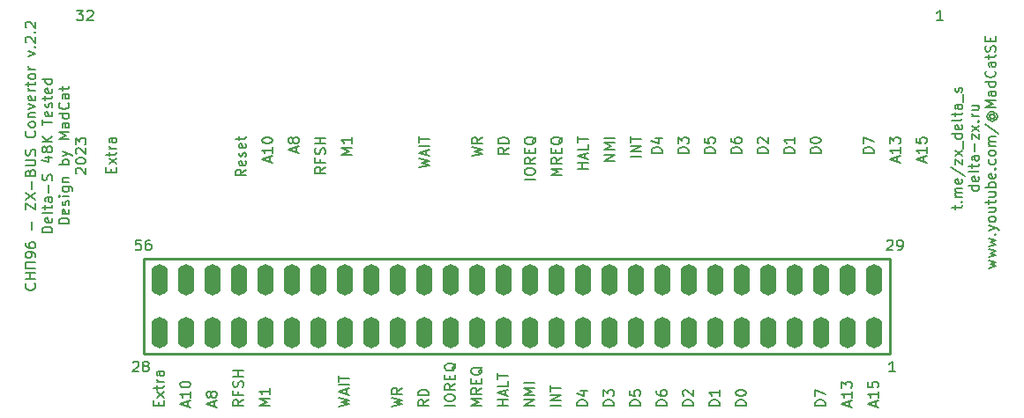
<source format=gbr>
%TF.GenerationSoftware,KiCad,Pcbnew,(6.0.10)*%
%TF.CreationDate,2023-02-24T21:34:05+03:00*%
%TF.ProjectId,Ver2.2,56657232-2e32-42e6-9b69-6361645f7063,rev?*%
%TF.SameCoordinates,Original*%
%TF.FileFunction,Legend,Top*%
%TF.FilePolarity,Positive*%
%FSLAX46Y46*%
G04 Gerber Fmt 4.6, Leading zero omitted, Abs format (unit mm)*
G04 Created by KiCad (PCBNEW (6.0.10)) date 2023-02-24 21:34:05*
%MOMM*%
%LPD*%
G01*
G04 APERTURE LIST*
%ADD10C,0.150000*%
%ADD11C,0.254000*%
%ADD12O,1.600000X3.000000*%
G04 APERTURE END LIST*
D10*
X90820904Y-58507380D02*
X90344714Y-58507380D01*
X90297095Y-58983571D01*
X90344714Y-58935952D01*
X90439952Y-58888333D01*
X90678047Y-58888333D01*
X90773285Y-58935952D01*
X90820904Y-58983571D01*
X90868523Y-59078809D01*
X90868523Y-59316904D01*
X90820904Y-59412142D01*
X90773285Y-59459761D01*
X90678047Y-59507380D01*
X90439952Y-59507380D01*
X90344714Y-59459761D01*
X90297095Y-59412142D01*
X91725666Y-58507380D02*
X91535190Y-58507380D01*
X91439952Y-58555000D01*
X91392333Y-58602619D01*
X91297095Y-58745476D01*
X91249476Y-58935952D01*
X91249476Y-59316904D01*
X91297095Y-59412142D01*
X91344714Y-59459761D01*
X91439952Y-59507380D01*
X91630428Y-59507380D01*
X91725666Y-59459761D01*
X91773285Y-59412142D01*
X91820904Y-59316904D01*
X91820904Y-59078809D01*
X91773285Y-58983571D01*
X91725666Y-58935952D01*
X91630428Y-58888333D01*
X91439952Y-58888333D01*
X91344714Y-58935952D01*
X91297095Y-58983571D01*
X91249476Y-59078809D01*
X133736400Y-51686496D02*
X132736400Y-51686496D01*
X133212591Y-51686496D02*
X133212591Y-51115067D01*
X133736400Y-51115067D02*
X132736400Y-51115067D01*
X133450686Y-50686496D02*
X133450686Y-50210305D01*
X133736400Y-50781734D02*
X132736400Y-50448400D01*
X133736400Y-50115067D01*
X133736400Y-49305543D02*
X133736400Y-49781734D01*
X132736400Y-49781734D01*
X132736400Y-49115067D02*
X132736400Y-48543638D01*
X133736400Y-48829353D02*
X132736400Y-48829353D01*
X103195380Y-74461475D02*
X102195380Y-74461475D01*
X102909666Y-74128142D01*
X102195380Y-73794809D01*
X103195380Y-73794809D01*
X103195380Y-72794809D02*
X103195380Y-73366237D01*
X103195380Y-73080523D02*
X102195380Y-73080523D01*
X102338238Y-73175761D01*
X102433476Y-73270999D01*
X102481095Y-73366237D01*
X126116400Y-49638877D02*
X125640210Y-49972210D01*
X126116400Y-50210305D02*
X125116400Y-50210305D01*
X125116400Y-49829353D01*
X125164020Y-49734115D01*
X125211639Y-49686496D01*
X125306877Y-49638877D01*
X125449734Y-49638877D01*
X125544972Y-49686496D01*
X125592591Y-49734115D01*
X125640210Y-49829353D01*
X125640210Y-50210305D01*
X126116400Y-49210305D02*
X125116400Y-49210305D01*
X125116400Y-48972210D01*
X125164020Y-48829353D01*
X125259258Y-48734115D01*
X125354496Y-48686496D01*
X125544972Y-48638877D01*
X125687829Y-48638877D01*
X125878305Y-48686496D01*
X125973543Y-48734115D01*
X126068781Y-48829353D01*
X126116400Y-48972210D01*
X126116400Y-49210305D01*
X161168400Y-50162687D02*
X160168400Y-50162687D01*
X160168400Y-49924592D01*
X160216020Y-49781734D01*
X160311258Y-49686496D01*
X160406496Y-49638877D01*
X160596972Y-49591258D01*
X160739829Y-49591258D01*
X160930305Y-49638877D01*
X161025543Y-49686496D01*
X161120781Y-49781734D01*
X161168400Y-49924592D01*
X161168400Y-50162687D01*
X160168400Y-49257925D02*
X160168400Y-48591258D01*
X161168400Y-49019830D01*
X136276400Y-50876973D02*
X135276400Y-50876973D01*
X136276400Y-50305544D01*
X135276400Y-50305544D01*
X136276400Y-49829354D02*
X135276400Y-49829354D01*
X135990686Y-49496020D01*
X135276400Y-49162687D01*
X136276400Y-49162687D01*
X136276400Y-48686496D02*
X135276400Y-48686496D01*
X161329666Y-74509095D02*
X161329666Y-74032904D01*
X161615380Y-74604333D02*
X160615380Y-74270999D01*
X161615380Y-73937666D01*
X161615380Y-73080523D02*
X161615380Y-73651952D01*
X161615380Y-73366238D02*
X160615380Y-73366238D01*
X160758238Y-73461476D01*
X160853476Y-73556714D01*
X160901095Y-73651952D01*
X160615380Y-72175761D02*
X160615380Y-72651952D01*
X161091571Y-72699571D01*
X161043952Y-72651952D01*
X160996333Y-72556714D01*
X160996333Y-72318619D01*
X161043952Y-72223380D01*
X161091571Y-72175761D01*
X161186809Y-72128142D01*
X161424904Y-72128142D01*
X161520142Y-72175761D01*
X161567761Y-72223380D01*
X161615380Y-72318619D01*
X161615380Y-72556714D01*
X161567761Y-72651952D01*
X161520142Y-72699571D01*
X131135380Y-74461475D02*
X130135380Y-74461475D01*
X131135380Y-73985285D02*
X130135380Y-73985285D01*
X131135380Y-73413856D01*
X130135380Y-73413856D01*
X130135380Y-73080523D02*
X130135380Y-72509094D01*
X131135380Y-72794809D02*
X130135380Y-72794809D01*
X151008400Y-50162687D02*
X150008400Y-50162687D01*
X150008400Y-49924592D01*
X150056020Y-49781734D01*
X150151258Y-49686496D01*
X150246496Y-49638877D01*
X150436972Y-49591258D01*
X150579829Y-49591258D01*
X150770305Y-49638877D01*
X150865543Y-49686496D01*
X150960781Y-49781734D01*
X151008400Y-49924592D01*
X151008400Y-50162687D01*
X150103639Y-49210306D02*
X150056020Y-49162687D01*
X150008400Y-49067449D01*
X150008400Y-48829353D01*
X150056020Y-48734115D01*
X150103639Y-48686496D01*
X150198877Y-48638877D01*
X150294115Y-48638877D01*
X150436972Y-48686496D01*
X151008400Y-49257925D01*
X151008400Y-48638877D01*
X143388400Y-50162687D02*
X142388400Y-50162687D01*
X142388400Y-49924592D01*
X142436020Y-49781734D01*
X142531258Y-49686496D01*
X142626496Y-49638877D01*
X142816972Y-49591258D01*
X142959829Y-49591258D01*
X143150305Y-49638877D01*
X143245543Y-49686496D01*
X143340781Y-49781734D01*
X143388400Y-49924592D01*
X143388400Y-50162687D01*
X142388400Y-49257925D02*
X142388400Y-48638877D01*
X142769353Y-48972211D01*
X142769353Y-48829353D01*
X142816972Y-48734115D01*
X142864591Y-48686496D01*
X142959829Y-48638877D01*
X143197924Y-48638877D01*
X143293162Y-48686496D01*
X143340781Y-48734115D01*
X143388400Y-48829353D01*
X143388400Y-49115068D01*
X143340781Y-49210306D01*
X143293162Y-49257925D01*
X122576400Y-50448401D02*
X123576400Y-50210306D01*
X122862115Y-50019830D01*
X123576400Y-49829353D01*
X122576400Y-49591258D01*
X123576400Y-48638877D02*
X123100210Y-48972210D01*
X123576400Y-49210306D02*
X122576400Y-49210306D01*
X122576400Y-48829353D01*
X122624020Y-48734115D01*
X122671639Y-48686496D01*
X122766877Y-48638877D01*
X122909734Y-48638877D01*
X123004972Y-48686496D01*
X123052591Y-48734115D01*
X123100210Y-48829353D01*
X123100210Y-49210306D01*
X153548400Y-50162687D02*
X152548400Y-50162687D01*
X152548400Y-49924592D01*
X152596020Y-49781734D01*
X152691258Y-49686496D01*
X152786496Y-49638877D01*
X152976972Y-49591258D01*
X153119829Y-49591258D01*
X153310305Y-49638877D01*
X153405543Y-49686496D01*
X153500781Y-49781734D01*
X153548400Y-49924592D01*
X153548400Y-50162687D01*
X153548400Y-48638877D02*
X153548400Y-49210306D01*
X153548400Y-48924592D02*
X152548400Y-48924592D01*
X152691258Y-49019830D01*
X152786496Y-49115068D01*
X152834115Y-49210306D01*
X109815380Y-74556714D02*
X110815380Y-74318619D01*
X110101095Y-74128143D01*
X110815380Y-73937666D01*
X109815380Y-73699571D01*
X110529666Y-73366238D02*
X110529666Y-72890047D01*
X110815380Y-73461476D02*
X109815380Y-73128143D01*
X110815380Y-72794809D01*
X110815380Y-72461476D02*
X109815380Y-72461476D01*
X109815380Y-72128143D02*
X109815380Y-71556714D01*
X110815380Y-71842428D02*
X109815380Y-71842428D01*
X87939571Y-52019829D02*
X87939571Y-51686496D01*
X88463380Y-51543639D02*
X88463380Y-52019829D01*
X87463380Y-52019829D01*
X87463380Y-51543639D01*
X88463380Y-51210305D02*
X87796714Y-50686496D01*
X87796714Y-51210305D02*
X88463380Y-50686496D01*
X87796714Y-50448401D02*
X87796714Y-50067448D01*
X87463380Y-50305543D02*
X88320523Y-50305543D01*
X88415761Y-50257924D01*
X88463380Y-50162686D01*
X88463380Y-50067448D01*
X88463380Y-49734115D02*
X87796714Y-49734115D01*
X87987190Y-49734115D02*
X87891952Y-49686496D01*
X87844333Y-49638877D01*
X87796714Y-49543639D01*
X87796714Y-49448401D01*
X88463380Y-48686496D02*
X87939571Y-48686496D01*
X87844333Y-48734115D01*
X87796714Y-48829353D01*
X87796714Y-49019829D01*
X87844333Y-49115067D01*
X88415761Y-48686496D02*
X88463380Y-48781734D01*
X88463380Y-49019829D01*
X88415761Y-49115067D01*
X88320523Y-49162686D01*
X88225285Y-49162686D01*
X88130047Y-49115067D01*
X88082428Y-49019829D01*
X88082428Y-48781734D01*
X88034809Y-48686496D01*
X90043095Y-70286619D02*
X90090714Y-70239000D01*
X90185952Y-70191380D01*
X90424047Y-70191380D01*
X90519285Y-70239000D01*
X90566904Y-70286619D01*
X90614523Y-70381857D01*
X90614523Y-70477095D01*
X90566904Y-70619952D01*
X89995476Y-71191380D01*
X90614523Y-71191380D01*
X91185952Y-70619952D02*
X91090714Y-70572333D01*
X91043095Y-70524714D01*
X90995476Y-70429476D01*
X90995476Y-70381857D01*
X91043095Y-70286619D01*
X91090714Y-70239000D01*
X91185952Y-70191380D01*
X91376428Y-70191380D01*
X91471666Y-70239000D01*
X91519285Y-70286619D01*
X91566904Y-70381857D01*
X91566904Y-70429476D01*
X91519285Y-70524714D01*
X91471666Y-70572333D01*
X91376428Y-70619952D01*
X91185952Y-70619952D01*
X91090714Y-70667571D01*
X91043095Y-70715190D01*
X90995476Y-70810428D01*
X90995476Y-71000904D01*
X91043095Y-71096142D01*
X91090714Y-71143761D01*
X91185952Y-71191380D01*
X91376428Y-71191380D01*
X91471666Y-71143761D01*
X91519285Y-71096142D01*
X91566904Y-71000904D01*
X91566904Y-70810428D01*
X91519285Y-70715190D01*
X91471666Y-70667571D01*
X91376428Y-70619952D01*
X128656400Y-52686496D02*
X127656400Y-52686496D01*
X127656400Y-52019829D02*
X127656400Y-51829353D01*
X127704020Y-51734115D01*
X127799258Y-51638876D01*
X127989734Y-51591257D01*
X128323067Y-51591257D01*
X128513543Y-51638876D01*
X128608781Y-51734115D01*
X128656400Y-51829353D01*
X128656400Y-52019829D01*
X128608781Y-52115067D01*
X128513543Y-52210305D01*
X128323067Y-52257924D01*
X127989734Y-52257924D01*
X127799258Y-52210305D01*
X127704020Y-52115067D01*
X127656400Y-52019829D01*
X128656400Y-50591257D02*
X128180210Y-50924591D01*
X128656400Y-51162686D02*
X127656400Y-51162686D01*
X127656400Y-50781734D01*
X127704020Y-50686496D01*
X127751639Y-50638876D01*
X127846877Y-50591257D01*
X127989734Y-50591257D01*
X128084972Y-50638876D01*
X128132591Y-50686496D01*
X128180210Y-50781734D01*
X128180210Y-51162686D01*
X128132591Y-50162686D02*
X128132591Y-49829353D01*
X128656400Y-49686496D02*
X128656400Y-50162686D01*
X127656400Y-50162686D01*
X127656400Y-49686496D01*
X128751639Y-48591257D02*
X128704020Y-48686496D01*
X128608781Y-48781734D01*
X128465924Y-48924591D01*
X128418305Y-49019829D01*
X128418305Y-49115067D01*
X128656400Y-49067448D02*
X128608781Y-49162686D01*
X128513543Y-49257924D01*
X128323067Y-49305543D01*
X127989734Y-49305543D01*
X127799258Y-49257924D01*
X127704020Y-49162686D01*
X127656400Y-49067448D01*
X127656400Y-48876972D01*
X127704020Y-48781734D01*
X127799258Y-48686496D01*
X127989734Y-48638876D01*
X128323067Y-48638876D01*
X128513543Y-48686496D01*
X128608781Y-48781734D01*
X128656400Y-48876972D01*
X128656400Y-49067448D01*
X140848400Y-50162687D02*
X139848400Y-50162687D01*
X139848400Y-49924592D01*
X139896020Y-49781734D01*
X139991258Y-49686496D01*
X140086496Y-49638877D01*
X140276972Y-49591258D01*
X140419829Y-49591258D01*
X140610305Y-49638877D01*
X140705543Y-49686496D01*
X140800781Y-49781734D01*
X140848400Y-49924592D01*
X140848400Y-50162687D01*
X140181734Y-48734115D02*
X140848400Y-48734115D01*
X139800781Y-48972211D02*
X140515067Y-49210306D01*
X140515067Y-48591258D01*
X143835380Y-74461476D02*
X142835380Y-74461476D01*
X142835380Y-74223381D01*
X142883000Y-74080523D01*
X142978238Y-73985285D01*
X143073476Y-73937666D01*
X143263952Y-73890047D01*
X143406809Y-73890047D01*
X143597285Y-73937666D01*
X143692523Y-73985285D01*
X143787761Y-74080523D01*
X143835380Y-74223381D01*
X143835380Y-74461476D01*
X142930619Y-73509095D02*
X142883000Y-73461476D01*
X142835380Y-73366238D01*
X142835380Y-73128142D01*
X142883000Y-73032904D01*
X142930619Y-72985285D01*
X143025857Y-72937666D01*
X143121095Y-72937666D01*
X143263952Y-72985285D01*
X143835380Y-73556714D01*
X143835380Y-72937666D01*
X120975380Y-74461476D02*
X119975380Y-74461476D01*
X119975380Y-73794809D02*
X119975380Y-73604333D01*
X120023000Y-73509095D01*
X120118238Y-73413856D01*
X120308714Y-73366237D01*
X120642047Y-73366237D01*
X120832523Y-73413856D01*
X120927761Y-73509095D01*
X120975380Y-73604333D01*
X120975380Y-73794809D01*
X120927761Y-73890047D01*
X120832523Y-73985285D01*
X120642047Y-74032904D01*
X120308714Y-74032904D01*
X120118238Y-73985285D01*
X120023000Y-73890047D01*
X119975380Y-73794809D01*
X120975380Y-72366237D02*
X120499190Y-72699571D01*
X120975380Y-72937666D02*
X119975380Y-72937666D01*
X119975380Y-72556714D01*
X120023000Y-72461476D01*
X120070619Y-72413856D01*
X120165857Y-72366237D01*
X120308714Y-72366237D01*
X120403952Y-72413856D01*
X120451571Y-72461476D01*
X120499190Y-72556714D01*
X120499190Y-72937666D01*
X120451571Y-71937666D02*
X120451571Y-71604333D01*
X120975380Y-71461476D02*
X120975380Y-71937666D01*
X119975380Y-71937666D01*
X119975380Y-71461476D01*
X121070619Y-70366237D02*
X121023000Y-70461476D01*
X120927761Y-70556714D01*
X120784904Y-70699571D01*
X120737285Y-70794809D01*
X120737285Y-70890047D01*
X120975380Y-70842428D02*
X120927761Y-70937666D01*
X120832523Y-71032904D01*
X120642047Y-71080523D01*
X120308714Y-71080523D01*
X120118238Y-71032904D01*
X120023000Y-70937666D01*
X119975380Y-70842428D01*
X119975380Y-70651952D01*
X120023000Y-70556714D01*
X120118238Y-70461476D01*
X120308714Y-70413856D01*
X120642047Y-70413856D01*
X120832523Y-70461476D01*
X120927761Y-70556714D01*
X120975380Y-70651952D01*
X120975380Y-70842428D01*
X100909380Y-51734115D02*
X100433190Y-52067448D01*
X100909380Y-52305543D02*
X99909380Y-52305543D01*
X99909380Y-51924591D01*
X99957000Y-51829353D01*
X100004619Y-51781734D01*
X100099857Y-51734115D01*
X100242714Y-51734115D01*
X100337952Y-51781734D01*
X100385571Y-51829353D01*
X100433190Y-51924591D01*
X100433190Y-52305543D01*
X100861761Y-50924591D02*
X100909380Y-51019829D01*
X100909380Y-51210305D01*
X100861761Y-51305543D01*
X100766523Y-51353162D01*
X100385571Y-51353162D01*
X100290333Y-51305543D01*
X100242714Y-51210305D01*
X100242714Y-51019829D01*
X100290333Y-50924591D01*
X100385571Y-50876972D01*
X100480809Y-50876972D01*
X100576047Y-51353162D01*
X100861761Y-50496020D02*
X100909380Y-50400781D01*
X100909380Y-50210305D01*
X100861761Y-50115067D01*
X100766523Y-50067448D01*
X100718904Y-50067448D01*
X100623666Y-50115067D01*
X100576047Y-50210305D01*
X100576047Y-50353162D01*
X100528428Y-50448400D01*
X100433190Y-50496020D01*
X100385571Y-50496020D01*
X100290333Y-50448400D01*
X100242714Y-50353162D01*
X100242714Y-50210305D01*
X100290333Y-50115067D01*
X100861761Y-49257924D02*
X100909380Y-49353162D01*
X100909380Y-49543639D01*
X100861761Y-49638877D01*
X100766523Y-49686496D01*
X100385571Y-49686496D01*
X100290333Y-49638877D01*
X100242714Y-49543639D01*
X100242714Y-49353162D01*
X100290333Y-49257924D01*
X100385571Y-49210305D01*
X100480809Y-49210305D01*
X100576047Y-49686496D01*
X100242714Y-48924591D02*
X100242714Y-48543639D01*
X99909380Y-48781734D02*
X100766523Y-48781734D01*
X100861761Y-48734115D01*
X100909380Y-48638877D01*
X100909380Y-48543639D01*
X158789666Y-74509095D02*
X158789666Y-74032904D01*
X159075380Y-74604333D02*
X158075380Y-74270999D01*
X159075380Y-73937666D01*
X159075380Y-73080523D02*
X159075380Y-73651952D01*
X159075380Y-73366238D02*
X158075380Y-73366238D01*
X158218238Y-73461476D01*
X158313476Y-73556714D01*
X158361095Y-73651952D01*
X158075380Y-72747190D02*
X158075380Y-72128142D01*
X158456333Y-72461476D01*
X158456333Y-72318619D01*
X158503952Y-72223380D01*
X158551571Y-72175761D01*
X158646809Y-72128142D01*
X158884904Y-72128142D01*
X158980142Y-72175761D01*
X159027761Y-72223380D01*
X159075380Y-72318619D01*
X159075380Y-72604333D01*
X159027761Y-72699571D01*
X158980142Y-72747190D01*
X114895380Y-74556714D02*
X115895380Y-74318619D01*
X115181095Y-74128143D01*
X115895380Y-73937666D01*
X114895380Y-73699571D01*
X115895380Y-72747190D02*
X115419190Y-73080523D01*
X115895380Y-73318619D02*
X114895380Y-73318619D01*
X114895380Y-72937666D01*
X114943000Y-72842428D01*
X114990619Y-72794809D01*
X115085857Y-72747190D01*
X115228714Y-72747190D01*
X115323952Y-72794809D01*
X115371571Y-72842428D01*
X115419190Y-72937666D01*
X115419190Y-73318619D01*
X111069380Y-50305543D02*
X110069380Y-50305543D01*
X110783666Y-49972210D01*
X110069380Y-49638877D01*
X111069380Y-49638877D01*
X111069380Y-48638877D02*
X111069380Y-49210305D01*
X111069380Y-48924591D02*
X110069380Y-48924591D01*
X110212238Y-49019829D01*
X110307476Y-49115067D01*
X110355095Y-49210305D01*
X162433095Y-58602619D02*
X162480714Y-58555000D01*
X162575952Y-58507380D01*
X162814047Y-58507380D01*
X162909285Y-58555000D01*
X162956904Y-58602619D01*
X163004523Y-58697857D01*
X163004523Y-58793095D01*
X162956904Y-58935952D01*
X162385476Y-59507380D01*
X163004523Y-59507380D01*
X163480714Y-59507380D02*
X163671190Y-59507380D01*
X163766428Y-59459761D01*
X163814047Y-59412142D01*
X163909285Y-59269285D01*
X163956904Y-59078809D01*
X163956904Y-58697857D01*
X163909285Y-58602619D01*
X163861666Y-58555000D01*
X163766428Y-58507380D01*
X163575952Y-58507380D01*
X163480714Y-58555000D01*
X163433095Y-58602619D01*
X163385476Y-58697857D01*
X163385476Y-58935952D01*
X163433095Y-59031190D01*
X163480714Y-59078809D01*
X163575952Y-59126428D01*
X163766428Y-59126428D01*
X163861666Y-59078809D01*
X163909285Y-59031190D01*
X163956904Y-58935952D01*
X80619142Y-62704714D02*
X80666761Y-62752333D01*
X80714380Y-62895190D01*
X80714380Y-62990428D01*
X80666761Y-63133285D01*
X80571523Y-63228523D01*
X80476285Y-63276142D01*
X80285809Y-63323761D01*
X80142952Y-63323761D01*
X79952476Y-63276142D01*
X79857238Y-63228523D01*
X79762000Y-63133285D01*
X79714380Y-62990428D01*
X79714380Y-62895190D01*
X79762000Y-62752333D01*
X79809619Y-62704714D01*
X80714380Y-62276142D02*
X79714380Y-62276142D01*
X80190571Y-62276142D02*
X80190571Y-61704714D01*
X80714380Y-61704714D02*
X79714380Y-61704714D01*
X80714380Y-61228523D02*
X79714380Y-61228523D01*
X79714380Y-60657095D01*
X80714380Y-60657095D01*
X80714380Y-60133285D02*
X80714380Y-59942809D01*
X80666761Y-59847571D01*
X80619142Y-59799952D01*
X80476285Y-59704714D01*
X80285809Y-59657095D01*
X79904857Y-59657095D01*
X79809619Y-59704714D01*
X79762000Y-59752333D01*
X79714380Y-59847571D01*
X79714380Y-60038047D01*
X79762000Y-60133285D01*
X79809619Y-60180904D01*
X79904857Y-60228523D01*
X80142952Y-60228523D01*
X80238190Y-60180904D01*
X80285809Y-60133285D01*
X80333428Y-60038047D01*
X80333428Y-59847571D01*
X80285809Y-59752333D01*
X80238190Y-59704714D01*
X80142952Y-59657095D01*
X79714380Y-58799952D02*
X79714380Y-58990428D01*
X79762000Y-59085666D01*
X79809619Y-59133285D01*
X79952476Y-59228523D01*
X80142952Y-59276142D01*
X80523904Y-59276142D01*
X80619142Y-59228523D01*
X80666761Y-59180904D01*
X80714380Y-59085666D01*
X80714380Y-58895190D01*
X80666761Y-58799952D01*
X80619142Y-58752333D01*
X80523904Y-58704714D01*
X80285809Y-58704714D01*
X80190571Y-58752333D01*
X80142952Y-58799952D01*
X80095333Y-58895190D01*
X80095333Y-59085666D01*
X80142952Y-59180904D01*
X80190571Y-59228523D01*
X80285809Y-59276142D01*
X80333428Y-57514238D02*
X80333428Y-56752333D01*
X79714380Y-55609476D02*
X79714380Y-54942809D01*
X80714380Y-55609476D01*
X80714380Y-54942809D01*
X79714380Y-54657095D02*
X80714380Y-53990428D01*
X79714380Y-53990428D02*
X80714380Y-54657095D01*
X80333428Y-53609476D02*
X80333428Y-52847571D01*
X80190571Y-52038047D02*
X80238190Y-51895190D01*
X80285809Y-51847571D01*
X80381047Y-51799952D01*
X80523904Y-51799952D01*
X80619142Y-51847571D01*
X80666761Y-51895190D01*
X80714380Y-51990428D01*
X80714380Y-52371380D01*
X79714380Y-52371380D01*
X79714380Y-52038047D01*
X79762000Y-51942809D01*
X79809619Y-51895190D01*
X79904857Y-51847571D01*
X80000095Y-51847571D01*
X80095333Y-51895190D01*
X80142952Y-51942809D01*
X80190571Y-52038047D01*
X80190571Y-52371380D01*
X79714380Y-51371380D02*
X80523904Y-51371380D01*
X80619142Y-51323761D01*
X80666761Y-51276142D01*
X80714380Y-51180904D01*
X80714380Y-50990428D01*
X80666761Y-50895190D01*
X80619142Y-50847571D01*
X80523904Y-50799952D01*
X79714380Y-50799952D01*
X80666761Y-50371380D02*
X80714380Y-50228523D01*
X80714380Y-49990428D01*
X80666761Y-49895190D01*
X80619142Y-49847571D01*
X80523904Y-49799952D01*
X80428666Y-49799952D01*
X80333428Y-49847571D01*
X80285809Y-49895190D01*
X80238190Y-49990428D01*
X80190571Y-50180904D01*
X80142952Y-50276142D01*
X80095333Y-50323761D01*
X80000095Y-50371380D01*
X79904857Y-50371380D01*
X79809619Y-50323761D01*
X79762000Y-50276142D01*
X79714380Y-50180904D01*
X79714380Y-49942809D01*
X79762000Y-49799952D01*
X80619142Y-48038047D02*
X80666761Y-48085666D01*
X80714380Y-48228523D01*
X80714380Y-48323761D01*
X80666761Y-48466619D01*
X80571523Y-48561857D01*
X80476285Y-48609476D01*
X80285809Y-48657095D01*
X80142952Y-48657095D01*
X79952476Y-48609476D01*
X79857238Y-48561857D01*
X79762000Y-48466619D01*
X79714380Y-48323761D01*
X79714380Y-48228523D01*
X79762000Y-48085666D01*
X79809619Y-48038047D01*
X80714380Y-47466619D02*
X80666761Y-47561857D01*
X80619142Y-47609476D01*
X80523904Y-47657095D01*
X80238190Y-47657095D01*
X80142952Y-47609476D01*
X80095333Y-47561857D01*
X80047714Y-47466619D01*
X80047714Y-47323761D01*
X80095333Y-47228523D01*
X80142952Y-47180904D01*
X80238190Y-47133285D01*
X80523904Y-47133285D01*
X80619142Y-47180904D01*
X80666761Y-47228523D01*
X80714380Y-47323761D01*
X80714380Y-47466619D01*
X80047714Y-46704714D02*
X80714380Y-46704714D01*
X80142952Y-46704714D02*
X80095333Y-46657095D01*
X80047714Y-46561857D01*
X80047714Y-46419000D01*
X80095333Y-46323761D01*
X80190571Y-46276142D01*
X80714380Y-46276142D01*
X80047714Y-45895190D02*
X80714380Y-45657095D01*
X80047714Y-45419000D01*
X80666761Y-44657095D02*
X80714380Y-44752333D01*
X80714380Y-44942809D01*
X80666761Y-45038047D01*
X80571523Y-45085666D01*
X80190571Y-45085666D01*
X80095333Y-45038047D01*
X80047714Y-44942809D01*
X80047714Y-44752333D01*
X80095333Y-44657095D01*
X80190571Y-44609476D01*
X80285809Y-44609476D01*
X80381047Y-45085666D01*
X80714380Y-44180904D02*
X80047714Y-44180904D01*
X80238190Y-44180904D02*
X80142952Y-44133285D01*
X80095333Y-44085666D01*
X80047714Y-43990428D01*
X80047714Y-43895190D01*
X80047714Y-43704714D02*
X80047714Y-43323761D01*
X79714380Y-43561857D02*
X80571523Y-43561857D01*
X80666761Y-43514238D01*
X80714380Y-43419000D01*
X80714380Y-43323761D01*
X80714380Y-42847571D02*
X80666761Y-42942809D01*
X80619142Y-42990428D01*
X80523904Y-43038047D01*
X80238190Y-43038047D01*
X80142952Y-42990428D01*
X80095333Y-42942809D01*
X80047714Y-42847571D01*
X80047714Y-42704714D01*
X80095333Y-42609476D01*
X80142952Y-42561857D01*
X80238190Y-42514238D01*
X80523904Y-42514238D01*
X80619142Y-42561857D01*
X80666761Y-42609476D01*
X80714380Y-42704714D01*
X80714380Y-42847571D01*
X80714380Y-42085666D02*
X80047714Y-42085666D01*
X80238190Y-42085666D02*
X80142952Y-42038047D01*
X80095333Y-41990428D01*
X80047714Y-41895190D01*
X80047714Y-41799952D01*
X80047714Y-40799952D02*
X80714380Y-40561857D01*
X80047714Y-40323761D01*
X80619142Y-39942809D02*
X80666761Y-39895190D01*
X80714380Y-39942809D01*
X80666761Y-39990428D01*
X80619142Y-39942809D01*
X80714380Y-39942809D01*
X79809619Y-39514238D02*
X79762000Y-39466619D01*
X79714380Y-39371380D01*
X79714380Y-39133285D01*
X79762000Y-39038047D01*
X79809619Y-38990428D01*
X79904857Y-38942809D01*
X80000095Y-38942809D01*
X80142952Y-38990428D01*
X80714380Y-39561857D01*
X80714380Y-38942809D01*
X80619142Y-38514238D02*
X80666761Y-38466619D01*
X80714380Y-38514238D01*
X80666761Y-38561857D01*
X80619142Y-38514238D01*
X80714380Y-38514238D01*
X79809619Y-38085666D02*
X79762000Y-38038047D01*
X79714380Y-37942809D01*
X79714380Y-37704714D01*
X79762000Y-37609476D01*
X79809619Y-37561857D01*
X79904857Y-37514238D01*
X80000095Y-37514238D01*
X80142952Y-37561857D01*
X80714380Y-38133285D01*
X80714380Y-37514238D01*
X82324380Y-57799952D02*
X81324380Y-57799952D01*
X81324380Y-57561857D01*
X81372000Y-57419000D01*
X81467238Y-57323761D01*
X81562476Y-57276142D01*
X81752952Y-57228523D01*
X81895809Y-57228523D01*
X82086285Y-57276142D01*
X82181523Y-57323761D01*
X82276761Y-57419000D01*
X82324380Y-57561857D01*
X82324380Y-57799952D01*
X82276761Y-56419000D02*
X82324380Y-56514238D01*
X82324380Y-56704714D01*
X82276761Y-56799952D01*
X82181523Y-56847571D01*
X81800571Y-56847571D01*
X81705333Y-56799952D01*
X81657714Y-56704714D01*
X81657714Y-56514238D01*
X81705333Y-56419000D01*
X81800571Y-56371380D01*
X81895809Y-56371380D01*
X81991047Y-56847571D01*
X82324380Y-55799952D02*
X82276761Y-55895190D01*
X82181523Y-55942809D01*
X81324380Y-55942809D01*
X81657714Y-55561857D02*
X81657714Y-55180904D01*
X81324380Y-55419000D02*
X82181523Y-55419000D01*
X82276761Y-55371380D01*
X82324380Y-55276142D01*
X82324380Y-55180904D01*
X82324380Y-54419000D02*
X81800571Y-54419000D01*
X81705333Y-54466619D01*
X81657714Y-54561857D01*
X81657714Y-54752333D01*
X81705333Y-54847571D01*
X82276761Y-54419000D02*
X82324380Y-54514238D01*
X82324380Y-54752333D01*
X82276761Y-54847571D01*
X82181523Y-54895190D01*
X82086285Y-54895190D01*
X81991047Y-54847571D01*
X81943428Y-54752333D01*
X81943428Y-54514238D01*
X81895809Y-54419000D01*
X81943428Y-53942809D02*
X81943428Y-53180904D01*
X82276761Y-52752333D02*
X82324380Y-52609476D01*
X82324380Y-52371380D01*
X82276761Y-52276142D01*
X82229142Y-52228523D01*
X82133904Y-52180904D01*
X82038666Y-52180904D01*
X81943428Y-52228523D01*
X81895809Y-52276142D01*
X81848190Y-52371380D01*
X81800571Y-52561857D01*
X81752952Y-52657095D01*
X81705333Y-52704714D01*
X81610095Y-52752333D01*
X81514857Y-52752333D01*
X81419619Y-52704714D01*
X81372000Y-52657095D01*
X81324380Y-52561857D01*
X81324380Y-52323761D01*
X81372000Y-52180904D01*
X81657714Y-50561857D02*
X82324380Y-50561857D01*
X81276761Y-50799952D02*
X81991047Y-51038047D01*
X81991047Y-50419000D01*
X81752952Y-49895190D02*
X81705333Y-49990428D01*
X81657714Y-50038047D01*
X81562476Y-50085666D01*
X81514857Y-50085666D01*
X81419619Y-50038047D01*
X81372000Y-49990428D01*
X81324380Y-49895190D01*
X81324380Y-49704714D01*
X81372000Y-49609476D01*
X81419619Y-49561857D01*
X81514857Y-49514238D01*
X81562476Y-49514238D01*
X81657714Y-49561857D01*
X81705333Y-49609476D01*
X81752952Y-49704714D01*
X81752952Y-49895190D01*
X81800571Y-49990428D01*
X81848190Y-50038047D01*
X81943428Y-50085666D01*
X82133904Y-50085666D01*
X82229142Y-50038047D01*
X82276761Y-49990428D01*
X82324380Y-49895190D01*
X82324380Y-49704714D01*
X82276761Y-49609476D01*
X82229142Y-49561857D01*
X82133904Y-49514238D01*
X81943428Y-49514238D01*
X81848190Y-49561857D01*
X81800571Y-49609476D01*
X81752952Y-49704714D01*
X82324380Y-49085666D02*
X81324380Y-49085666D01*
X82324380Y-48514238D02*
X81752952Y-48942809D01*
X81324380Y-48514238D02*
X81895809Y-49085666D01*
X81324380Y-47466619D02*
X81324380Y-46895190D01*
X82324380Y-47180904D02*
X81324380Y-47180904D01*
X82276761Y-46180904D02*
X82324380Y-46276142D01*
X82324380Y-46466619D01*
X82276761Y-46561857D01*
X82181523Y-46609476D01*
X81800571Y-46609476D01*
X81705333Y-46561857D01*
X81657714Y-46466619D01*
X81657714Y-46276142D01*
X81705333Y-46180904D01*
X81800571Y-46133285D01*
X81895809Y-46133285D01*
X81991047Y-46609476D01*
X82276761Y-45752333D02*
X82324380Y-45657095D01*
X82324380Y-45466619D01*
X82276761Y-45371380D01*
X82181523Y-45323761D01*
X82133904Y-45323761D01*
X82038666Y-45371380D01*
X81991047Y-45466619D01*
X81991047Y-45609476D01*
X81943428Y-45704714D01*
X81848190Y-45752333D01*
X81800571Y-45752333D01*
X81705333Y-45704714D01*
X81657714Y-45609476D01*
X81657714Y-45466619D01*
X81705333Y-45371380D01*
X81657714Y-45038047D02*
X81657714Y-44657095D01*
X81324380Y-44895190D02*
X82181523Y-44895190D01*
X82276761Y-44847571D01*
X82324380Y-44752333D01*
X82324380Y-44657095D01*
X82276761Y-43942809D02*
X82324380Y-44038047D01*
X82324380Y-44228523D01*
X82276761Y-44323761D01*
X82181523Y-44371380D01*
X81800571Y-44371380D01*
X81705333Y-44323761D01*
X81657714Y-44228523D01*
X81657714Y-44038047D01*
X81705333Y-43942809D01*
X81800571Y-43895190D01*
X81895809Y-43895190D01*
X81991047Y-44371380D01*
X82324380Y-43038047D02*
X81324380Y-43038047D01*
X82276761Y-43038047D02*
X82324380Y-43133285D01*
X82324380Y-43323761D01*
X82276761Y-43419000D01*
X82229142Y-43466619D01*
X82133904Y-43514238D01*
X81848190Y-43514238D01*
X81752952Y-43466619D01*
X81705333Y-43419000D01*
X81657714Y-43323761D01*
X81657714Y-43133285D01*
X81705333Y-43038047D01*
X83934380Y-56966619D02*
X82934380Y-56966619D01*
X82934380Y-56728523D01*
X82982000Y-56585666D01*
X83077238Y-56490428D01*
X83172476Y-56442809D01*
X83362952Y-56395190D01*
X83505809Y-56395190D01*
X83696285Y-56442809D01*
X83791523Y-56490428D01*
X83886761Y-56585666D01*
X83934380Y-56728523D01*
X83934380Y-56966619D01*
X83886761Y-55585666D02*
X83934380Y-55680904D01*
X83934380Y-55871380D01*
X83886761Y-55966619D01*
X83791523Y-56014238D01*
X83410571Y-56014238D01*
X83315333Y-55966619D01*
X83267714Y-55871380D01*
X83267714Y-55680904D01*
X83315333Y-55585666D01*
X83410571Y-55538047D01*
X83505809Y-55538047D01*
X83601047Y-56014238D01*
X83886761Y-55157095D02*
X83934380Y-55061857D01*
X83934380Y-54871380D01*
X83886761Y-54776142D01*
X83791523Y-54728523D01*
X83743904Y-54728523D01*
X83648666Y-54776142D01*
X83601047Y-54871380D01*
X83601047Y-55014238D01*
X83553428Y-55109476D01*
X83458190Y-55157095D01*
X83410571Y-55157095D01*
X83315333Y-55109476D01*
X83267714Y-55014238D01*
X83267714Y-54871380D01*
X83315333Y-54776142D01*
X83934380Y-54299952D02*
X83267714Y-54299952D01*
X82934380Y-54299952D02*
X82982000Y-54347571D01*
X83029619Y-54299952D01*
X82982000Y-54252333D01*
X82934380Y-54299952D01*
X83029619Y-54299952D01*
X83267714Y-53395190D02*
X84077238Y-53395190D01*
X84172476Y-53442809D01*
X84220095Y-53490428D01*
X84267714Y-53585666D01*
X84267714Y-53728523D01*
X84220095Y-53823761D01*
X83886761Y-53395190D02*
X83934380Y-53490428D01*
X83934380Y-53680904D01*
X83886761Y-53776142D01*
X83839142Y-53823761D01*
X83743904Y-53871380D01*
X83458190Y-53871380D01*
X83362952Y-53823761D01*
X83315333Y-53776142D01*
X83267714Y-53680904D01*
X83267714Y-53490428D01*
X83315333Y-53395190D01*
X83267714Y-52919000D02*
X83934380Y-52919000D01*
X83362952Y-52919000D02*
X83315333Y-52871380D01*
X83267714Y-52776142D01*
X83267714Y-52633285D01*
X83315333Y-52538047D01*
X83410571Y-52490428D01*
X83934380Y-52490428D01*
X83934380Y-51252333D02*
X82934380Y-51252333D01*
X83315333Y-51252333D02*
X83267714Y-51157095D01*
X83267714Y-50966619D01*
X83315333Y-50871380D01*
X83362952Y-50823761D01*
X83458190Y-50776142D01*
X83743904Y-50776142D01*
X83839142Y-50823761D01*
X83886761Y-50871380D01*
X83934380Y-50966619D01*
X83934380Y-51157095D01*
X83886761Y-51252333D01*
X83267714Y-50442809D02*
X83934380Y-50204714D01*
X83267714Y-49966619D02*
X83934380Y-50204714D01*
X84172476Y-50299952D01*
X84220095Y-50347571D01*
X84267714Y-50442809D01*
X83934380Y-48823761D02*
X82934380Y-48823761D01*
X83648666Y-48490428D01*
X82934380Y-48157095D01*
X83934380Y-48157095D01*
X83934380Y-47252333D02*
X83410571Y-47252333D01*
X83315333Y-47299952D01*
X83267714Y-47395190D01*
X83267714Y-47585666D01*
X83315333Y-47680904D01*
X83886761Y-47252333D02*
X83934380Y-47347571D01*
X83934380Y-47585666D01*
X83886761Y-47680904D01*
X83791523Y-47728523D01*
X83696285Y-47728523D01*
X83601047Y-47680904D01*
X83553428Y-47585666D01*
X83553428Y-47347571D01*
X83505809Y-47252333D01*
X83934380Y-46347571D02*
X82934380Y-46347571D01*
X83886761Y-46347571D02*
X83934380Y-46442809D01*
X83934380Y-46633285D01*
X83886761Y-46728523D01*
X83839142Y-46776142D01*
X83743904Y-46823761D01*
X83458190Y-46823761D01*
X83362952Y-46776142D01*
X83315333Y-46728523D01*
X83267714Y-46633285D01*
X83267714Y-46442809D01*
X83315333Y-46347571D01*
X83839142Y-45299952D02*
X83886761Y-45347571D01*
X83934380Y-45490428D01*
X83934380Y-45585666D01*
X83886761Y-45728523D01*
X83791523Y-45823761D01*
X83696285Y-45871380D01*
X83505809Y-45919000D01*
X83362952Y-45919000D01*
X83172476Y-45871380D01*
X83077238Y-45823761D01*
X82982000Y-45728523D01*
X82934380Y-45585666D01*
X82934380Y-45490428D01*
X82982000Y-45347571D01*
X83029619Y-45299952D01*
X83934380Y-44442809D02*
X83410571Y-44442809D01*
X83315333Y-44490428D01*
X83267714Y-44585666D01*
X83267714Y-44776142D01*
X83315333Y-44871380D01*
X83886761Y-44442809D02*
X83934380Y-44538047D01*
X83934380Y-44776142D01*
X83886761Y-44871380D01*
X83791523Y-44919000D01*
X83696285Y-44919000D01*
X83601047Y-44871380D01*
X83553428Y-44776142D01*
X83553428Y-44538047D01*
X83505809Y-44442809D01*
X83267714Y-44109476D02*
X83267714Y-43728523D01*
X82934380Y-43966619D02*
X83791523Y-43966619D01*
X83886761Y-43919000D01*
X83934380Y-43823761D01*
X83934380Y-43728523D01*
X84639619Y-52133285D02*
X84592000Y-52085666D01*
X84544380Y-51990428D01*
X84544380Y-51752333D01*
X84592000Y-51657095D01*
X84639619Y-51609476D01*
X84734857Y-51561857D01*
X84830095Y-51561857D01*
X84972952Y-51609476D01*
X85544380Y-52180904D01*
X85544380Y-51561857D01*
X84544380Y-50942809D02*
X84544380Y-50847571D01*
X84592000Y-50752333D01*
X84639619Y-50704714D01*
X84734857Y-50657095D01*
X84925333Y-50609476D01*
X85163428Y-50609476D01*
X85353904Y-50657095D01*
X85449142Y-50704714D01*
X85496761Y-50752333D01*
X85544380Y-50847571D01*
X85544380Y-50942809D01*
X85496761Y-51038047D01*
X85449142Y-51085666D01*
X85353904Y-51133285D01*
X85163428Y-51180904D01*
X84925333Y-51180904D01*
X84734857Y-51133285D01*
X84639619Y-51085666D01*
X84592000Y-51038047D01*
X84544380Y-50942809D01*
X84639619Y-50228523D02*
X84592000Y-50180904D01*
X84544380Y-50085666D01*
X84544380Y-49847571D01*
X84592000Y-49752333D01*
X84639619Y-49704714D01*
X84734857Y-49657095D01*
X84830095Y-49657095D01*
X84972952Y-49704714D01*
X85544380Y-50276142D01*
X85544380Y-49657095D01*
X84544380Y-49323761D02*
X84544380Y-48704714D01*
X84925333Y-49038047D01*
X84925333Y-48895190D01*
X84972952Y-48799952D01*
X85020571Y-48752333D01*
X85115809Y-48704714D01*
X85353904Y-48704714D01*
X85449142Y-48752333D01*
X85496761Y-48799952D01*
X85544380Y-48895190D01*
X85544380Y-49180904D01*
X85496761Y-49276142D01*
X85449142Y-49323761D01*
X123515380Y-74461475D02*
X122515380Y-74461475D01*
X123229666Y-74128142D01*
X122515380Y-73794809D01*
X123515380Y-73794809D01*
X123515380Y-72747190D02*
X123039190Y-73080523D01*
X123515380Y-73318618D02*
X122515380Y-73318618D01*
X122515380Y-72937666D01*
X122563000Y-72842428D01*
X122610619Y-72794809D01*
X122705857Y-72747190D01*
X122848714Y-72747190D01*
X122943952Y-72794809D01*
X122991571Y-72842428D01*
X123039190Y-72937666D01*
X123039190Y-73318618D01*
X122991571Y-72318618D02*
X122991571Y-71985285D01*
X123515380Y-71842428D02*
X123515380Y-72318618D01*
X122515380Y-72318618D01*
X122515380Y-71842428D01*
X123610619Y-70747190D02*
X123563000Y-70842428D01*
X123467761Y-70937666D01*
X123324904Y-71080523D01*
X123277285Y-71175761D01*
X123277285Y-71270999D01*
X123515380Y-71223380D02*
X123467761Y-71318618D01*
X123372523Y-71413856D01*
X123182047Y-71461475D01*
X122848714Y-71461475D01*
X122658238Y-71413856D01*
X122563000Y-71318618D01*
X122515380Y-71223380D01*
X122515380Y-71032904D01*
X122563000Y-70937666D01*
X122658238Y-70842428D01*
X122848714Y-70794809D01*
X123182047Y-70794809D01*
X123372523Y-70842428D01*
X123467761Y-70937666D01*
X123515380Y-71032904D01*
X123515380Y-71223380D01*
X138755380Y-74461476D02*
X137755380Y-74461476D01*
X137755380Y-74223381D01*
X137803000Y-74080523D01*
X137898238Y-73985285D01*
X137993476Y-73937666D01*
X138183952Y-73890047D01*
X138326809Y-73890047D01*
X138517285Y-73937666D01*
X138612523Y-73985285D01*
X138707761Y-74080523D01*
X138755380Y-74223381D01*
X138755380Y-74461476D01*
X137755380Y-72985285D02*
X137755380Y-73461476D01*
X138231571Y-73509095D01*
X138183952Y-73461476D01*
X138136333Y-73366238D01*
X138136333Y-73128142D01*
X138183952Y-73032904D01*
X138231571Y-72985285D01*
X138326809Y-72937666D01*
X138564904Y-72937666D01*
X138660142Y-72985285D01*
X138707761Y-73032904D01*
X138755380Y-73128142D01*
X138755380Y-73366238D01*
X138707761Y-73461476D01*
X138660142Y-73509095D01*
X165962686Y-51019830D02*
X165962686Y-50543639D01*
X166248400Y-51115068D02*
X165248400Y-50781734D01*
X166248400Y-50448401D01*
X166248400Y-49591258D02*
X166248400Y-50162687D01*
X166248400Y-49876973D02*
X165248400Y-49876973D01*
X165391258Y-49972211D01*
X165486496Y-50067449D01*
X165534115Y-50162687D01*
X165248400Y-48686496D02*
X165248400Y-49162687D01*
X165724591Y-49210306D01*
X165676972Y-49162687D01*
X165629353Y-49067449D01*
X165629353Y-48829354D01*
X165676972Y-48734115D01*
X165724591Y-48686496D01*
X165819829Y-48638877D01*
X166057924Y-48638877D01*
X166153162Y-48686496D01*
X166200781Y-48734115D01*
X166248400Y-48829354D01*
X166248400Y-49067449D01*
X166200781Y-49162687D01*
X166153162Y-49210306D01*
X148468400Y-50162687D02*
X147468400Y-50162687D01*
X147468400Y-49924592D01*
X147516020Y-49781734D01*
X147611258Y-49686496D01*
X147706496Y-49638877D01*
X147896972Y-49591258D01*
X148039829Y-49591258D01*
X148230305Y-49638877D01*
X148325543Y-49686496D01*
X148420781Y-49781734D01*
X148468400Y-49924592D01*
X148468400Y-50162687D01*
X147468400Y-48734115D02*
X147468400Y-48924592D01*
X147516020Y-49019830D01*
X147563639Y-49067449D01*
X147706496Y-49162687D01*
X147896972Y-49210306D01*
X148277924Y-49210306D01*
X148373162Y-49162687D01*
X148420781Y-49115068D01*
X148468400Y-49019830D01*
X148468400Y-48829353D01*
X148420781Y-48734115D01*
X148373162Y-48686496D01*
X148277924Y-48638877D01*
X148039829Y-48638877D01*
X147944591Y-48686496D01*
X147896972Y-48734115D01*
X147849353Y-48829353D01*
X147849353Y-49019830D01*
X147896972Y-49115068D01*
X147944591Y-49162687D01*
X148039829Y-49210306D01*
X97829666Y-74509094D02*
X97829666Y-74032904D01*
X98115380Y-74604332D02*
X97115380Y-74270999D01*
X98115380Y-73937666D01*
X97543952Y-73461475D02*
X97496333Y-73556713D01*
X97448714Y-73604332D01*
X97353476Y-73651951D01*
X97305857Y-73651951D01*
X97210619Y-73604332D01*
X97163000Y-73556713D01*
X97115380Y-73461475D01*
X97115380Y-73270999D01*
X97163000Y-73175761D01*
X97210619Y-73128142D01*
X97305857Y-73080523D01*
X97353476Y-73080523D01*
X97448714Y-73128142D01*
X97496333Y-73175761D01*
X97543952Y-73270999D01*
X97543952Y-73461475D01*
X97591571Y-73556713D01*
X97639190Y-73604332D01*
X97734428Y-73651951D01*
X97924904Y-73651951D01*
X98020142Y-73604332D01*
X98067761Y-73556713D01*
X98115380Y-73461475D01*
X98115380Y-73270999D01*
X98067761Y-73175761D01*
X98020142Y-73128142D01*
X97924904Y-73080523D01*
X97734428Y-73080523D01*
X97639190Y-73128142D01*
X97591571Y-73175761D01*
X97543952Y-73270999D01*
X145928400Y-50162687D02*
X144928400Y-50162687D01*
X144928400Y-49924592D01*
X144976020Y-49781734D01*
X145071258Y-49686496D01*
X145166496Y-49638877D01*
X145356972Y-49591258D01*
X145499829Y-49591258D01*
X145690305Y-49638877D01*
X145785543Y-49686496D01*
X145880781Y-49781734D01*
X145928400Y-49924592D01*
X145928400Y-50162687D01*
X144928400Y-48686496D02*
X144928400Y-49162687D01*
X145404591Y-49210306D01*
X145356972Y-49162687D01*
X145309353Y-49067449D01*
X145309353Y-48829353D01*
X145356972Y-48734115D01*
X145404591Y-48686496D01*
X145499829Y-48638877D01*
X145737924Y-48638877D01*
X145833162Y-48686496D01*
X145880781Y-48734115D01*
X145928400Y-48829353D01*
X145928400Y-49067449D01*
X145880781Y-49162687D01*
X145833162Y-49210306D01*
X156088400Y-50162687D02*
X155088400Y-50162687D01*
X155088400Y-49924592D01*
X155136020Y-49781734D01*
X155231258Y-49686496D01*
X155326496Y-49638877D01*
X155516972Y-49591258D01*
X155659829Y-49591258D01*
X155850305Y-49638877D01*
X155945543Y-49686496D01*
X156040781Y-49781734D01*
X156088400Y-49924592D01*
X156088400Y-50162687D01*
X155088400Y-48972211D02*
X155088400Y-48876972D01*
X155136020Y-48781734D01*
X155183639Y-48734115D01*
X155278877Y-48686496D01*
X155469353Y-48638877D01*
X155707448Y-48638877D01*
X155897924Y-48686496D01*
X155993162Y-48734115D01*
X156040781Y-48781734D01*
X156088400Y-48876972D01*
X156088400Y-48972211D01*
X156040781Y-49067449D01*
X155993162Y-49115068D01*
X155897924Y-49162687D01*
X155707448Y-49210306D01*
X155469353Y-49210306D01*
X155278877Y-49162687D01*
X155183639Y-49115068D01*
X155136020Y-49067449D01*
X155088400Y-48972211D01*
X126055380Y-74461476D02*
X125055380Y-74461476D01*
X125531571Y-74461476D02*
X125531571Y-73890047D01*
X126055380Y-73890047D02*
X125055380Y-73890047D01*
X125769666Y-73461476D02*
X125769666Y-72985285D01*
X126055380Y-73556714D02*
X125055380Y-73223380D01*
X126055380Y-72890047D01*
X126055380Y-72080523D02*
X126055380Y-72556714D01*
X125055380Y-72556714D01*
X125055380Y-71890047D02*
X125055380Y-71318618D01*
X126055380Y-71604333D02*
X125055380Y-71604333D01*
X168990714Y-55561761D02*
X168990714Y-55180809D01*
X168657380Y-55418904D02*
X169514523Y-55418904D01*
X169609761Y-55371285D01*
X169657380Y-55276047D01*
X169657380Y-55180809D01*
X169562142Y-54847476D02*
X169609761Y-54799857D01*
X169657380Y-54847476D01*
X169609761Y-54895095D01*
X169562142Y-54847476D01*
X169657380Y-54847476D01*
X169657380Y-54371285D02*
X168990714Y-54371285D01*
X169085952Y-54371285D02*
X169038333Y-54323666D01*
X168990714Y-54228428D01*
X168990714Y-54085571D01*
X169038333Y-53990333D01*
X169133571Y-53942714D01*
X169657380Y-53942714D01*
X169133571Y-53942714D02*
X169038333Y-53895095D01*
X168990714Y-53799857D01*
X168990714Y-53657000D01*
X169038333Y-53561761D01*
X169133571Y-53514142D01*
X169657380Y-53514142D01*
X169609761Y-52657000D02*
X169657380Y-52752238D01*
X169657380Y-52942714D01*
X169609761Y-53037952D01*
X169514523Y-53085571D01*
X169133571Y-53085571D01*
X169038333Y-53037952D01*
X168990714Y-52942714D01*
X168990714Y-52752238D01*
X169038333Y-52657000D01*
X169133571Y-52609380D01*
X169228809Y-52609380D01*
X169324047Y-53085571D01*
X168609761Y-51466523D02*
X169895476Y-52323666D01*
X168990714Y-51228428D02*
X168990714Y-50704619D01*
X169657380Y-51228428D01*
X169657380Y-50704619D01*
X169657380Y-50418904D02*
X168990714Y-49895095D01*
X168990714Y-50418904D02*
X169657380Y-49895095D01*
X169752619Y-49752238D02*
X169752619Y-48990333D01*
X169657380Y-48323666D02*
X168657380Y-48323666D01*
X169609761Y-48323666D02*
X169657380Y-48418904D01*
X169657380Y-48609380D01*
X169609761Y-48704619D01*
X169562142Y-48752238D01*
X169466904Y-48799857D01*
X169181190Y-48799857D01*
X169085952Y-48752238D01*
X169038333Y-48704619D01*
X168990714Y-48609380D01*
X168990714Y-48418904D01*
X169038333Y-48323666D01*
X169609761Y-47466523D02*
X169657380Y-47561761D01*
X169657380Y-47752238D01*
X169609761Y-47847476D01*
X169514523Y-47895095D01*
X169133571Y-47895095D01*
X169038333Y-47847476D01*
X168990714Y-47752238D01*
X168990714Y-47561761D01*
X169038333Y-47466523D01*
X169133571Y-47418904D01*
X169228809Y-47418904D01*
X169324047Y-47895095D01*
X169657380Y-46847476D02*
X169609761Y-46942714D01*
X169514523Y-46990333D01*
X168657380Y-46990333D01*
X168990714Y-46609380D02*
X168990714Y-46228428D01*
X168657380Y-46466523D02*
X169514523Y-46466523D01*
X169609761Y-46418904D01*
X169657380Y-46323666D01*
X169657380Y-46228428D01*
X169657380Y-45466523D02*
X169133571Y-45466523D01*
X169038333Y-45514142D01*
X168990714Y-45609380D01*
X168990714Y-45799857D01*
X169038333Y-45895095D01*
X169609761Y-45466523D02*
X169657380Y-45561761D01*
X169657380Y-45799857D01*
X169609761Y-45895095D01*
X169514523Y-45942714D01*
X169419285Y-45942714D01*
X169324047Y-45895095D01*
X169276428Y-45799857D01*
X169276428Y-45561761D01*
X169228809Y-45466523D01*
X169752619Y-45228428D02*
X169752619Y-44466523D01*
X169609761Y-44276047D02*
X169657380Y-44180809D01*
X169657380Y-43990333D01*
X169609761Y-43895095D01*
X169514523Y-43847476D01*
X169466904Y-43847476D01*
X169371666Y-43895095D01*
X169324047Y-43990333D01*
X169324047Y-44133190D01*
X169276428Y-44228428D01*
X169181190Y-44276047D01*
X169133571Y-44276047D01*
X169038333Y-44228428D01*
X168990714Y-44133190D01*
X168990714Y-43990333D01*
X169038333Y-43895095D01*
X171267380Y-53299857D02*
X170267380Y-53299857D01*
X171219761Y-53299857D02*
X171267380Y-53395095D01*
X171267380Y-53585571D01*
X171219761Y-53680809D01*
X171172142Y-53728428D01*
X171076904Y-53776047D01*
X170791190Y-53776047D01*
X170695952Y-53728428D01*
X170648333Y-53680809D01*
X170600714Y-53585571D01*
X170600714Y-53395095D01*
X170648333Y-53299857D01*
X171219761Y-52442714D02*
X171267380Y-52537952D01*
X171267380Y-52728428D01*
X171219761Y-52823666D01*
X171124523Y-52871285D01*
X170743571Y-52871285D01*
X170648333Y-52823666D01*
X170600714Y-52728428D01*
X170600714Y-52537952D01*
X170648333Y-52442714D01*
X170743571Y-52395095D01*
X170838809Y-52395095D01*
X170934047Y-52871285D01*
X171267380Y-51823666D02*
X171219761Y-51918904D01*
X171124523Y-51966523D01*
X170267380Y-51966523D01*
X170600714Y-51585571D02*
X170600714Y-51204619D01*
X170267380Y-51442714D02*
X171124523Y-51442714D01*
X171219761Y-51395095D01*
X171267380Y-51299857D01*
X171267380Y-51204619D01*
X171267380Y-50442714D02*
X170743571Y-50442714D01*
X170648333Y-50490333D01*
X170600714Y-50585571D01*
X170600714Y-50776047D01*
X170648333Y-50871285D01*
X171219761Y-50442714D02*
X171267380Y-50537952D01*
X171267380Y-50776047D01*
X171219761Y-50871285D01*
X171124523Y-50918904D01*
X171029285Y-50918904D01*
X170934047Y-50871285D01*
X170886428Y-50776047D01*
X170886428Y-50537952D01*
X170838809Y-50442714D01*
X170886428Y-49966523D02*
X170886428Y-49204619D01*
X170600714Y-48823666D02*
X170600714Y-48299857D01*
X171267380Y-48823666D01*
X171267380Y-48299857D01*
X171267380Y-48014142D02*
X170600714Y-47490333D01*
X170600714Y-48014142D02*
X171267380Y-47490333D01*
X171172142Y-47109380D02*
X171219761Y-47061761D01*
X171267380Y-47109380D01*
X171219761Y-47157000D01*
X171172142Y-47109380D01*
X171267380Y-47109380D01*
X171267380Y-46633190D02*
X170600714Y-46633190D01*
X170791190Y-46633190D02*
X170695952Y-46585571D01*
X170648333Y-46537952D01*
X170600714Y-46442714D01*
X170600714Y-46347476D01*
X170600714Y-45585571D02*
X171267380Y-45585571D01*
X170600714Y-46014142D02*
X171124523Y-46014142D01*
X171219761Y-45966523D01*
X171267380Y-45871285D01*
X171267380Y-45728428D01*
X171219761Y-45633190D01*
X171172142Y-45585571D01*
X172210714Y-61204619D02*
X172877380Y-61014142D01*
X172401190Y-60823666D01*
X172877380Y-60633190D01*
X172210714Y-60442714D01*
X172210714Y-60157000D02*
X172877380Y-59966523D01*
X172401190Y-59776047D01*
X172877380Y-59585571D01*
X172210714Y-59395095D01*
X172210714Y-59109380D02*
X172877380Y-58918904D01*
X172401190Y-58728428D01*
X172877380Y-58537952D01*
X172210714Y-58347476D01*
X172782142Y-57966523D02*
X172829761Y-57918904D01*
X172877380Y-57966523D01*
X172829761Y-58014142D01*
X172782142Y-57966523D01*
X172877380Y-57966523D01*
X172210714Y-57585571D02*
X172877380Y-57347476D01*
X172210714Y-57109380D02*
X172877380Y-57347476D01*
X173115476Y-57442714D01*
X173163095Y-57490333D01*
X173210714Y-57585571D01*
X172877380Y-56585571D02*
X172829761Y-56680809D01*
X172782142Y-56728428D01*
X172686904Y-56776047D01*
X172401190Y-56776047D01*
X172305952Y-56728428D01*
X172258333Y-56680809D01*
X172210714Y-56585571D01*
X172210714Y-56442714D01*
X172258333Y-56347476D01*
X172305952Y-56299857D01*
X172401190Y-56252238D01*
X172686904Y-56252238D01*
X172782142Y-56299857D01*
X172829761Y-56347476D01*
X172877380Y-56442714D01*
X172877380Y-56585571D01*
X172210714Y-55395095D02*
X172877380Y-55395095D01*
X172210714Y-55823666D02*
X172734523Y-55823666D01*
X172829761Y-55776047D01*
X172877380Y-55680809D01*
X172877380Y-55537952D01*
X172829761Y-55442714D01*
X172782142Y-55395095D01*
X172210714Y-55061761D02*
X172210714Y-54680809D01*
X171877380Y-54918904D02*
X172734523Y-54918904D01*
X172829761Y-54871285D01*
X172877380Y-54776047D01*
X172877380Y-54680809D01*
X172210714Y-53918904D02*
X172877380Y-53918904D01*
X172210714Y-54347476D02*
X172734523Y-54347476D01*
X172829761Y-54299857D01*
X172877380Y-54204619D01*
X172877380Y-54061761D01*
X172829761Y-53966523D01*
X172782142Y-53918904D01*
X172877380Y-53442714D02*
X171877380Y-53442714D01*
X172258333Y-53442714D02*
X172210714Y-53347476D01*
X172210714Y-53157000D01*
X172258333Y-53061761D01*
X172305952Y-53014142D01*
X172401190Y-52966523D01*
X172686904Y-52966523D01*
X172782142Y-53014142D01*
X172829761Y-53061761D01*
X172877380Y-53157000D01*
X172877380Y-53347476D01*
X172829761Y-53442714D01*
X172829761Y-52157000D02*
X172877380Y-52252238D01*
X172877380Y-52442714D01*
X172829761Y-52537952D01*
X172734523Y-52585571D01*
X172353571Y-52585571D01*
X172258333Y-52537952D01*
X172210714Y-52442714D01*
X172210714Y-52252238D01*
X172258333Y-52157000D01*
X172353571Y-52109380D01*
X172448809Y-52109380D01*
X172544047Y-52585571D01*
X172782142Y-51680809D02*
X172829761Y-51633190D01*
X172877380Y-51680809D01*
X172829761Y-51728428D01*
X172782142Y-51680809D01*
X172877380Y-51680809D01*
X172829761Y-50776047D02*
X172877380Y-50871285D01*
X172877380Y-51061761D01*
X172829761Y-51157000D01*
X172782142Y-51204619D01*
X172686904Y-51252238D01*
X172401190Y-51252238D01*
X172305952Y-51204619D01*
X172258333Y-51157000D01*
X172210714Y-51061761D01*
X172210714Y-50871285D01*
X172258333Y-50776047D01*
X172877380Y-50204619D02*
X172829761Y-50299857D01*
X172782142Y-50347476D01*
X172686904Y-50395095D01*
X172401190Y-50395095D01*
X172305952Y-50347476D01*
X172258333Y-50299857D01*
X172210714Y-50204619D01*
X172210714Y-50061761D01*
X172258333Y-49966523D01*
X172305952Y-49918904D01*
X172401190Y-49871285D01*
X172686904Y-49871285D01*
X172782142Y-49918904D01*
X172829761Y-49966523D01*
X172877380Y-50061761D01*
X172877380Y-50204619D01*
X172877380Y-49442714D02*
X172210714Y-49442714D01*
X172305952Y-49442714D02*
X172258333Y-49395095D01*
X172210714Y-49299857D01*
X172210714Y-49157000D01*
X172258333Y-49061761D01*
X172353571Y-49014142D01*
X172877380Y-49014142D01*
X172353571Y-49014142D02*
X172258333Y-48966523D01*
X172210714Y-48871285D01*
X172210714Y-48728428D01*
X172258333Y-48633190D01*
X172353571Y-48585571D01*
X172877380Y-48585571D01*
X171829761Y-47395095D02*
X173115476Y-48252238D01*
X172401190Y-46442714D02*
X172353571Y-46490333D01*
X172305952Y-46585571D01*
X172305952Y-46680809D01*
X172353571Y-46776047D01*
X172401190Y-46823666D01*
X172496428Y-46871285D01*
X172591666Y-46871285D01*
X172686904Y-46823666D01*
X172734523Y-46776047D01*
X172782142Y-46680809D01*
X172782142Y-46585571D01*
X172734523Y-46490333D01*
X172686904Y-46442714D01*
X172305952Y-46442714D02*
X172686904Y-46442714D01*
X172734523Y-46395095D01*
X172734523Y-46347476D01*
X172686904Y-46252238D01*
X172591666Y-46204619D01*
X172353571Y-46204619D01*
X172210714Y-46299857D01*
X172115476Y-46442714D01*
X172067857Y-46633190D01*
X172115476Y-46823666D01*
X172210714Y-46966523D01*
X172353571Y-47061761D01*
X172544047Y-47109380D01*
X172734523Y-47061761D01*
X172877380Y-46966523D01*
X172972619Y-46823666D01*
X173020238Y-46633190D01*
X172972619Y-46442714D01*
X172877380Y-46299857D01*
X172877380Y-45776047D02*
X171877380Y-45776047D01*
X172591666Y-45442714D01*
X171877380Y-45109380D01*
X172877380Y-45109380D01*
X172877380Y-44204619D02*
X172353571Y-44204619D01*
X172258333Y-44252238D01*
X172210714Y-44347476D01*
X172210714Y-44537952D01*
X172258333Y-44633190D01*
X172829761Y-44204619D02*
X172877380Y-44299857D01*
X172877380Y-44537952D01*
X172829761Y-44633190D01*
X172734523Y-44680809D01*
X172639285Y-44680809D01*
X172544047Y-44633190D01*
X172496428Y-44537952D01*
X172496428Y-44299857D01*
X172448809Y-44204619D01*
X172877380Y-43299857D02*
X171877380Y-43299857D01*
X172829761Y-43299857D02*
X172877380Y-43395095D01*
X172877380Y-43585571D01*
X172829761Y-43680809D01*
X172782142Y-43728428D01*
X172686904Y-43776047D01*
X172401190Y-43776047D01*
X172305952Y-43728428D01*
X172258333Y-43680809D01*
X172210714Y-43585571D01*
X172210714Y-43395095D01*
X172258333Y-43299857D01*
X172782142Y-42252238D02*
X172829761Y-42299857D01*
X172877380Y-42442714D01*
X172877380Y-42537952D01*
X172829761Y-42680809D01*
X172734523Y-42776047D01*
X172639285Y-42823666D01*
X172448809Y-42871285D01*
X172305952Y-42871285D01*
X172115476Y-42823666D01*
X172020238Y-42776047D01*
X171925000Y-42680809D01*
X171877380Y-42537952D01*
X171877380Y-42442714D01*
X171925000Y-42299857D01*
X171972619Y-42252238D01*
X172877380Y-41395095D02*
X172353571Y-41395095D01*
X172258333Y-41442714D01*
X172210714Y-41537952D01*
X172210714Y-41728428D01*
X172258333Y-41823666D01*
X172829761Y-41395095D02*
X172877380Y-41490333D01*
X172877380Y-41728428D01*
X172829761Y-41823666D01*
X172734523Y-41871285D01*
X172639285Y-41871285D01*
X172544047Y-41823666D01*
X172496428Y-41728428D01*
X172496428Y-41490333D01*
X172448809Y-41395095D01*
X172210714Y-41061761D02*
X172210714Y-40680809D01*
X171877380Y-40918904D02*
X172734523Y-40918904D01*
X172829761Y-40871285D01*
X172877380Y-40776047D01*
X172877380Y-40680809D01*
X172829761Y-40395095D02*
X172877380Y-40252238D01*
X172877380Y-40014142D01*
X172829761Y-39918904D01*
X172782142Y-39871285D01*
X172686904Y-39823666D01*
X172591666Y-39823666D01*
X172496428Y-39871285D01*
X172448809Y-39918904D01*
X172401190Y-40014142D01*
X172353571Y-40204619D01*
X172305952Y-40299857D01*
X172258333Y-40347476D01*
X172163095Y-40395095D01*
X172067857Y-40395095D01*
X171972619Y-40347476D01*
X171925000Y-40299857D01*
X171877380Y-40204619D01*
X171877380Y-39966523D01*
X171925000Y-39823666D01*
X172353571Y-39395095D02*
X172353571Y-39061761D01*
X172877380Y-38918904D02*
X172877380Y-39395095D01*
X171877380Y-39395095D01*
X171877380Y-38918904D01*
X128595380Y-74461476D02*
X127595380Y-74461476D01*
X128595380Y-73890047D01*
X127595380Y-73890047D01*
X128595380Y-73413857D02*
X127595380Y-73413857D01*
X128309666Y-73080523D01*
X127595380Y-72747190D01*
X128595380Y-72747190D01*
X128595380Y-72270999D02*
X127595380Y-72270999D01*
X138816400Y-50496019D02*
X137816400Y-50496019D01*
X138816400Y-50019829D02*
X137816400Y-50019829D01*
X138816400Y-49448400D01*
X137816400Y-49448400D01*
X137816400Y-49115067D02*
X137816400Y-48543638D01*
X138816400Y-48829353D02*
X137816400Y-48829353D01*
X84661476Y-36409380D02*
X85280523Y-36409380D01*
X84947190Y-36790333D01*
X85090047Y-36790333D01*
X85185285Y-36837952D01*
X85232904Y-36885571D01*
X85280523Y-36980809D01*
X85280523Y-37218904D01*
X85232904Y-37314142D01*
X85185285Y-37361761D01*
X85090047Y-37409380D01*
X84804333Y-37409380D01*
X84709095Y-37361761D01*
X84661476Y-37314142D01*
X85661476Y-36504619D02*
X85709095Y-36457000D01*
X85804333Y-36409380D01*
X86042428Y-36409380D01*
X86137666Y-36457000D01*
X86185285Y-36504619D01*
X86232904Y-36599857D01*
X86232904Y-36695095D01*
X86185285Y-36837952D01*
X85613857Y-37409380D01*
X86232904Y-37409380D01*
X95289666Y-74509095D02*
X95289666Y-74032904D01*
X95575380Y-74604333D02*
X94575380Y-74270999D01*
X95575380Y-73937666D01*
X95575380Y-73080523D02*
X95575380Y-73651952D01*
X95575380Y-73366238D02*
X94575380Y-73366238D01*
X94718238Y-73461476D01*
X94813476Y-73556714D01*
X94861095Y-73651952D01*
X94575380Y-72461476D02*
X94575380Y-72366238D01*
X94623000Y-72270999D01*
X94670619Y-72223380D01*
X94765857Y-72175761D01*
X94956333Y-72128142D01*
X95194428Y-72128142D01*
X95384904Y-72175761D01*
X95480142Y-72223380D01*
X95527761Y-72270999D01*
X95575380Y-72366238D01*
X95575380Y-72461476D01*
X95527761Y-72556714D01*
X95480142Y-72604333D01*
X95384904Y-72651952D01*
X95194428Y-72699571D01*
X94956333Y-72699571D01*
X94765857Y-72651952D01*
X94670619Y-72604333D01*
X94623000Y-72556714D01*
X94575380Y-72461476D01*
X163422686Y-51019830D02*
X163422686Y-50543639D01*
X163708400Y-51115068D02*
X162708400Y-50781734D01*
X163708400Y-50448401D01*
X163708400Y-49591258D02*
X163708400Y-50162687D01*
X163708400Y-49876973D02*
X162708400Y-49876973D01*
X162851258Y-49972211D01*
X162946496Y-50067449D01*
X162994115Y-50162687D01*
X162708400Y-49257925D02*
X162708400Y-48638877D01*
X163089353Y-48972211D01*
X163089353Y-48829354D01*
X163136972Y-48734115D01*
X163184591Y-48686496D01*
X163279829Y-48638877D01*
X163517924Y-48638877D01*
X163613162Y-48686496D01*
X163660781Y-48734115D01*
X163708400Y-48829354D01*
X163708400Y-49115068D01*
X163660781Y-49210306D01*
X163613162Y-49257925D01*
X131196400Y-52305543D02*
X130196400Y-52305543D01*
X130910686Y-51972210D01*
X130196400Y-51638877D01*
X131196400Y-51638877D01*
X131196400Y-50591258D02*
X130720210Y-50924591D01*
X131196400Y-51162686D02*
X130196400Y-51162686D01*
X130196400Y-50781734D01*
X130244020Y-50686496D01*
X130291639Y-50638877D01*
X130386877Y-50591258D01*
X130529734Y-50591258D01*
X130624972Y-50638877D01*
X130672591Y-50686496D01*
X130720210Y-50781734D01*
X130720210Y-51162686D01*
X130672591Y-50162686D02*
X130672591Y-49829353D01*
X131196400Y-49686496D02*
X131196400Y-50162686D01*
X130196400Y-50162686D01*
X130196400Y-49686496D01*
X131291639Y-48591258D02*
X131244020Y-48686496D01*
X131148781Y-48781734D01*
X131005924Y-48924591D01*
X130958305Y-49019829D01*
X130958305Y-49115067D01*
X131196400Y-49067448D02*
X131148781Y-49162686D01*
X131053543Y-49257924D01*
X130863067Y-49305543D01*
X130529734Y-49305543D01*
X130339258Y-49257924D01*
X130244020Y-49162686D01*
X130196400Y-49067448D01*
X130196400Y-48876972D01*
X130244020Y-48781734D01*
X130339258Y-48686496D01*
X130529734Y-48638877D01*
X130863067Y-48638877D01*
X131053543Y-48686496D01*
X131148781Y-48781734D01*
X131196400Y-48876972D01*
X131196400Y-49067448D01*
X92511571Y-74461475D02*
X92511571Y-74128142D01*
X93035380Y-73985285D02*
X93035380Y-74461475D01*
X92035380Y-74461475D01*
X92035380Y-73985285D01*
X93035380Y-73651951D02*
X92368714Y-73128142D01*
X92368714Y-73651951D02*
X93035380Y-73128142D01*
X92368714Y-72890047D02*
X92368714Y-72509094D01*
X92035380Y-72747189D02*
X92892523Y-72747189D01*
X92987761Y-72699570D01*
X93035380Y-72604332D01*
X93035380Y-72509094D01*
X93035380Y-72175761D02*
X92368714Y-72175761D01*
X92559190Y-72175761D02*
X92463952Y-72128142D01*
X92416333Y-72080523D01*
X92368714Y-71985285D01*
X92368714Y-71890047D01*
X93035380Y-71128142D02*
X92511571Y-71128142D01*
X92416333Y-71175761D01*
X92368714Y-71270999D01*
X92368714Y-71461475D01*
X92416333Y-71556713D01*
X92987761Y-71128142D02*
X93035380Y-71223380D01*
X93035380Y-71461475D01*
X92987761Y-71556713D01*
X92892523Y-71604332D01*
X92797285Y-71604332D01*
X92702047Y-71556713D01*
X92654428Y-71461475D01*
X92654428Y-71223380D01*
X92606809Y-71128142D01*
X148915380Y-74461476D02*
X147915380Y-74461476D01*
X147915380Y-74223381D01*
X147963000Y-74080523D01*
X148058238Y-73985285D01*
X148153476Y-73937666D01*
X148343952Y-73890047D01*
X148486809Y-73890047D01*
X148677285Y-73937666D01*
X148772523Y-73985285D01*
X148867761Y-74080523D01*
X148915380Y-74223381D01*
X148915380Y-74461476D01*
X147915380Y-73271000D02*
X147915380Y-73175761D01*
X147963000Y-73080523D01*
X148010619Y-73032904D01*
X148105857Y-72985285D01*
X148296333Y-72937666D01*
X148534428Y-72937666D01*
X148724904Y-72985285D01*
X148820142Y-73032904D01*
X148867761Y-73080523D01*
X148915380Y-73175761D01*
X148915380Y-73271000D01*
X148867761Y-73366238D01*
X148820142Y-73413857D01*
X148724904Y-73461476D01*
X148534428Y-73509095D01*
X148296333Y-73509095D01*
X148105857Y-73461476D01*
X148010619Y-73413857D01*
X147963000Y-73366238D01*
X147915380Y-73271000D01*
X103163666Y-51019830D02*
X103163666Y-50543639D01*
X103449380Y-51115068D02*
X102449380Y-50781734D01*
X103449380Y-50448401D01*
X103449380Y-49591258D02*
X103449380Y-50162687D01*
X103449380Y-49876973D02*
X102449380Y-49876973D01*
X102592238Y-49972211D01*
X102687476Y-50067449D01*
X102735095Y-50162687D01*
X102449380Y-48972211D02*
X102449380Y-48876973D01*
X102497000Y-48781734D01*
X102544619Y-48734115D01*
X102639857Y-48686496D01*
X102830333Y-48638877D01*
X103068428Y-48638877D01*
X103258904Y-48686496D01*
X103354142Y-48734115D01*
X103401761Y-48781734D01*
X103449380Y-48876973D01*
X103449380Y-48972211D01*
X103401761Y-49067449D01*
X103354142Y-49115068D01*
X103258904Y-49162687D01*
X103068428Y-49210306D01*
X102830333Y-49210306D01*
X102639857Y-49162687D01*
X102544619Y-49115068D01*
X102497000Y-49067449D01*
X102449380Y-48972211D01*
X156535380Y-74461476D02*
X155535380Y-74461476D01*
X155535380Y-74223381D01*
X155583000Y-74080523D01*
X155678238Y-73985285D01*
X155773476Y-73937666D01*
X155963952Y-73890047D01*
X156106809Y-73890047D01*
X156297285Y-73937666D01*
X156392523Y-73985285D01*
X156487761Y-74080523D01*
X156535380Y-74223381D01*
X156535380Y-74461476D01*
X155535380Y-73556714D02*
X155535380Y-72890047D01*
X156535380Y-73318619D01*
X118435380Y-73890047D02*
X117959190Y-74223380D01*
X118435380Y-74461475D02*
X117435380Y-74461475D01*
X117435380Y-74080523D01*
X117483000Y-73985285D01*
X117530619Y-73937666D01*
X117625857Y-73890047D01*
X117768714Y-73890047D01*
X117863952Y-73937666D01*
X117911571Y-73985285D01*
X117959190Y-74080523D01*
X117959190Y-74461475D01*
X118435380Y-73461475D02*
X117435380Y-73461475D01*
X117435380Y-73223380D01*
X117483000Y-73080523D01*
X117578238Y-72985285D01*
X117673476Y-72937666D01*
X117863952Y-72890047D01*
X118006809Y-72890047D01*
X118197285Y-72937666D01*
X118292523Y-72985285D01*
X118387761Y-73080523D01*
X118435380Y-73223380D01*
X118435380Y-73461475D01*
X141295380Y-74461476D02*
X140295380Y-74461476D01*
X140295380Y-74223381D01*
X140343000Y-74080523D01*
X140438238Y-73985285D01*
X140533476Y-73937666D01*
X140723952Y-73890047D01*
X140866809Y-73890047D01*
X141057285Y-73937666D01*
X141152523Y-73985285D01*
X141247761Y-74080523D01*
X141295380Y-74223381D01*
X141295380Y-74461476D01*
X140295380Y-73032904D02*
X140295380Y-73223381D01*
X140343000Y-73318619D01*
X140390619Y-73366238D01*
X140533476Y-73461476D01*
X140723952Y-73509095D01*
X141104904Y-73509095D01*
X141200142Y-73461476D01*
X141247761Y-73413857D01*
X141295380Y-73318619D01*
X141295380Y-73128142D01*
X141247761Y-73032904D01*
X141200142Y-72985285D01*
X141104904Y-72937666D01*
X140866809Y-72937666D01*
X140771571Y-72985285D01*
X140723952Y-73032904D01*
X140676333Y-73128142D01*
X140676333Y-73318619D01*
X140723952Y-73413857D01*
X140771571Y-73461476D01*
X140866809Y-73509095D01*
X163226714Y-71191380D02*
X162655285Y-71191380D01*
X162941000Y-71191380D02*
X162941000Y-70191380D01*
X162845761Y-70334238D01*
X162750523Y-70429476D01*
X162655285Y-70477095D01*
X133675380Y-74461476D02*
X132675380Y-74461476D01*
X132675380Y-74223381D01*
X132723000Y-74080523D01*
X132818238Y-73985285D01*
X132913476Y-73937666D01*
X133103952Y-73890047D01*
X133246809Y-73890047D01*
X133437285Y-73937666D01*
X133532523Y-73985285D01*
X133627761Y-74080523D01*
X133675380Y-74223381D01*
X133675380Y-74461476D01*
X133008714Y-73032904D02*
X133675380Y-73032904D01*
X132627761Y-73271000D02*
X133342047Y-73509095D01*
X133342047Y-72890047D01*
X167798714Y-37409380D02*
X167227285Y-37409380D01*
X167513000Y-37409380D02*
X167513000Y-36409380D01*
X167417761Y-36552238D01*
X167322523Y-36647476D01*
X167227285Y-36695095D01*
X117496400Y-51543639D02*
X118496400Y-51305544D01*
X117782115Y-51115068D01*
X118496400Y-50924591D01*
X117496400Y-50686496D01*
X118210686Y-50353163D02*
X118210686Y-49876972D01*
X118496400Y-50448401D02*
X117496400Y-50115068D01*
X118496400Y-49781734D01*
X118496400Y-49448401D02*
X117496400Y-49448401D01*
X117496400Y-49115068D02*
X117496400Y-48543639D01*
X118496400Y-48829353D02*
X117496400Y-48829353D01*
X136215380Y-74461476D02*
X135215380Y-74461476D01*
X135215380Y-74223381D01*
X135263000Y-74080523D01*
X135358238Y-73985285D01*
X135453476Y-73937666D01*
X135643952Y-73890047D01*
X135786809Y-73890047D01*
X135977285Y-73937666D01*
X136072523Y-73985285D01*
X136167761Y-74080523D01*
X136215380Y-74223381D01*
X136215380Y-74461476D01*
X135215380Y-73556714D02*
X135215380Y-72937666D01*
X135596333Y-73271000D01*
X135596333Y-73128142D01*
X135643952Y-73032904D01*
X135691571Y-72985285D01*
X135786809Y-72937666D01*
X136024904Y-72937666D01*
X136120142Y-72985285D01*
X136167761Y-73032904D01*
X136215380Y-73128142D01*
X136215380Y-73413857D01*
X136167761Y-73509095D01*
X136120142Y-73556714D01*
X108529380Y-51496020D02*
X108053190Y-51829353D01*
X108529380Y-52067449D02*
X107529380Y-52067449D01*
X107529380Y-51686496D01*
X107577000Y-51591258D01*
X107624619Y-51543639D01*
X107719857Y-51496020D01*
X107862714Y-51496020D01*
X107957952Y-51543639D01*
X108005571Y-51591258D01*
X108053190Y-51686496D01*
X108053190Y-52067449D01*
X108005571Y-50734115D02*
X108005571Y-51067449D01*
X108529380Y-51067449D02*
X107529380Y-51067449D01*
X107529380Y-50591258D01*
X108481761Y-50257925D02*
X108529380Y-50115068D01*
X108529380Y-49876973D01*
X108481761Y-49781734D01*
X108434142Y-49734115D01*
X108338904Y-49686496D01*
X108243666Y-49686496D01*
X108148428Y-49734115D01*
X108100809Y-49781734D01*
X108053190Y-49876973D01*
X108005571Y-50067449D01*
X107957952Y-50162687D01*
X107910333Y-50210306D01*
X107815095Y-50257925D01*
X107719857Y-50257925D01*
X107624619Y-50210306D01*
X107577000Y-50162687D01*
X107529380Y-50067449D01*
X107529380Y-49829353D01*
X107577000Y-49686496D01*
X108529380Y-49257925D02*
X107529380Y-49257925D01*
X108005571Y-49257925D02*
X108005571Y-48686496D01*
X108529380Y-48686496D02*
X107529380Y-48686496D01*
X105703666Y-50067448D02*
X105703666Y-49591258D01*
X105989380Y-50162686D02*
X104989380Y-49829353D01*
X105989380Y-49496020D01*
X105417952Y-49019829D02*
X105370333Y-49115067D01*
X105322714Y-49162686D01*
X105227476Y-49210305D01*
X105179857Y-49210305D01*
X105084619Y-49162686D01*
X105037000Y-49115067D01*
X104989380Y-49019829D01*
X104989380Y-48829353D01*
X105037000Y-48734115D01*
X105084619Y-48686496D01*
X105179857Y-48638877D01*
X105227476Y-48638877D01*
X105322714Y-48686496D01*
X105370333Y-48734115D01*
X105417952Y-48829353D01*
X105417952Y-49019829D01*
X105465571Y-49115067D01*
X105513190Y-49162686D01*
X105608428Y-49210305D01*
X105798904Y-49210305D01*
X105894142Y-49162686D01*
X105941761Y-49115067D01*
X105989380Y-49019829D01*
X105989380Y-48829353D01*
X105941761Y-48734115D01*
X105894142Y-48686496D01*
X105798904Y-48638877D01*
X105608428Y-48638877D01*
X105513190Y-48686496D01*
X105465571Y-48734115D01*
X105417952Y-48829353D01*
X100655380Y-73890047D02*
X100179190Y-74223380D01*
X100655380Y-74461476D02*
X99655380Y-74461476D01*
X99655380Y-74080523D01*
X99703000Y-73985285D01*
X99750619Y-73937666D01*
X99845857Y-73890047D01*
X99988714Y-73890047D01*
X100083952Y-73937666D01*
X100131571Y-73985285D01*
X100179190Y-74080523D01*
X100179190Y-74461476D01*
X100131571Y-73128142D02*
X100131571Y-73461476D01*
X100655380Y-73461476D02*
X99655380Y-73461476D01*
X99655380Y-72985285D01*
X100607761Y-72651952D02*
X100655380Y-72509095D01*
X100655380Y-72271000D01*
X100607761Y-72175761D01*
X100560142Y-72128142D01*
X100464904Y-72080523D01*
X100369666Y-72080523D01*
X100274428Y-72128142D01*
X100226809Y-72175761D01*
X100179190Y-72271000D01*
X100131571Y-72461476D01*
X100083952Y-72556714D01*
X100036333Y-72604333D01*
X99941095Y-72651952D01*
X99845857Y-72651952D01*
X99750619Y-72604333D01*
X99703000Y-72556714D01*
X99655380Y-72461476D01*
X99655380Y-72223380D01*
X99703000Y-72080523D01*
X100655380Y-71651952D02*
X99655380Y-71651952D01*
X100131571Y-71651952D02*
X100131571Y-71080523D01*
X100655380Y-71080523D02*
X99655380Y-71080523D01*
X146375380Y-74461476D02*
X145375380Y-74461476D01*
X145375380Y-74223381D01*
X145423000Y-74080523D01*
X145518238Y-73985285D01*
X145613476Y-73937666D01*
X145803952Y-73890047D01*
X145946809Y-73890047D01*
X146137285Y-73937666D01*
X146232523Y-73985285D01*
X146327761Y-74080523D01*
X146375380Y-74223381D01*
X146375380Y-74461476D01*
X146375380Y-72937666D02*
X146375380Y-73509095D01*
X146375380Y-73223381D02*
X145375380Y-73223381D01*
X145518238Y-73318619D01*
X145613476Y-73413857D01*
X145661095Y-73509095D01*
D11*
%TO.C,SLOT*%
X91059000Y-60325000D02*
X162687000Y-60325000D01*
X162687000Y-69469000D02*
X91059000Y-69469000D01*
X162687000Y-60325000D02*
X162687000Y-69469000D01*
X91059000Y-69469000D02*
X91059000Y-60325000D01*
%TD*%
D12*
%TO.C,SLOT*%
X161163000Y-67437000D03*
X158623000Y-67437000D03*
X156083000Y-67437000D03*
X153543000Y-67437000D03*
X151003000Y-67437000D03*
X148463000Y-67437000D03*
X145923000Y-67437000D03*
X143383000Y-67437000D03*
X140843000Y-67437000D03*
X138303000Y-67437000D03*
X135763000Y-67437000D03*
X133223000Y-67437000D03*
X130683000Y-67437000D03*
X128143000Y-67437000D03*
X125603000Y-67437000D03*
X123063000Y-67437000D03*
X120523000Y-67437000D03*
X117983000Y-67437000D03*
X115443000Y-67437000D03*
X112903000Y-67437000D03*
X110363000Y-67437000D03*
X107823000Y-67437000D03*
X105283000Y-67437000D03*
X102743000Y-67437000D03*
X100203000Y-67437000D03*
X97663000Y-67437000D03*
X95123000Y-67437000D03*
X92583000Y-67437000D03*
X161163000Y-62357000D03*
X158623000Y-62357000D03*
X156083000Y-62357000D03*
X153543000Y-62357000D03*
X151003000Y-62357000D03*
X148463000Y-62357000D03*
X145923000Y-62357000D03*
X143383000Y-62357000D03*
X140843000Y-62357000D03*
X138303000Y-62357000D03*
X135763000Y-62357000D03*
X133223000Y-62357000D03*
X130683000Y-62357000D03*
X128143000Y-62357000D03*
X125603000Y-62357000D03*
X123063000Y-62357000D03*
X120523000Y-62357000D03*
X117983000Y-62357000D03*
X115443000Y-62357000D03*
X112903000Y-62357000D03*
X110363000Y-62357000D03*
X107823000Y-62357000D03*
X105283000Y-62357000D03*
X102743000Y-62357000D03*
X100203000Y-62357000D03*
X97663000Y-62357000D03*
X95123000Y-62357000D03*
X92583000Y-62357000D03*
%TD*%
M02*

</source>
